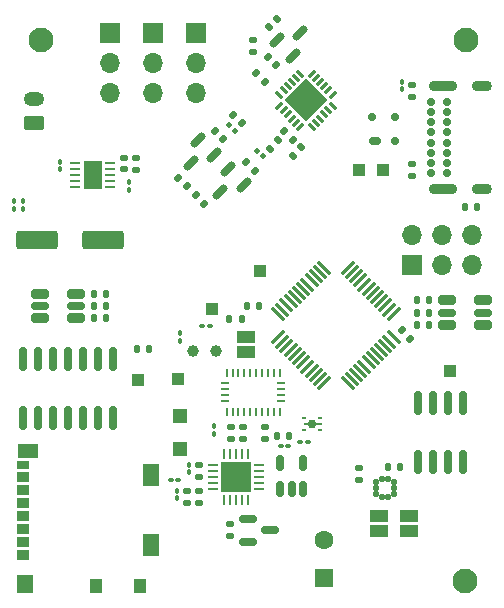
<source format=gbr>
%TF.GenerationSoftware,KiCad,Pcbnew,8.0.8*%
%TF.CreationDate,2025-02-27T11:16:46-08:00*%
%TF.ProjectId,Vanguard_new,56616e67-7561-4726-945f-6e65772e6b69,rev?*%
%TF.SameCoordinates,Original*%
%TF.FileFunction,Soldermask,Top*%
%TF.FilePolarity,Negative*%
%FSLAX46Y46*%
G04 Gerber Fmt 4.6, Leading zero omitted, Abs format (unit mm)*
G04 Created by KiCad (PCBNEW 8.0.8) date 2025-02-27 11:16:46*
%MOMM*%
%LPD*%
G01*
G04 APERTURE LIST*
G04 Aperture macros list*
%AMRoundRect*
0 Rectangle with rounded corners*
0 $1 Rounding radius*
0 $2 $3 $4 $5 $6 $7 $8 $9 X,Y pos of 4 corners*
0 Add a 4 corners polygon primitive as box body*
4,1,4,$2,$3,$4,$5,$6,$7,$8,$9,$2,$3,0*
0 Add four circle primitives for the rounded corners*
1,1,$1+$1,$2,$3*
1,1,$1+$1,$4,$5*
1,1,$1+$1,$6,$7*
1,1,$1+$1,$8,$9*
0 Add four rect primitives between the rounded corners*
20,1,$1+$1,$2,$3,$4,$5,0*
20,1,$1+$1,$4,$5,$6,$7,0*
20,1,$1+$1,$6,$7,$8,$9,0*
20,1,$1+$1,$8,$9,$2,$3,0*%
%AMRotRect*
0 Rectangle, with rotation*
0 The origin of the aperture is its center*
0 $1 length*
0 $2 width*
0 $3 Rotation angle, in degrees counterclockwise*
0 Add horizontal line*
21,1,$1,$2,0,0,$3*%
%AMFreePoly0*
4,1,13,0.320000,0.125000,0.700000,0.125000,0.700000,-0.125000,0.320000,-0.125000,0.200000,-0.350000,-0.200000,-0.350000,-0.320000,-0.125000,-0.850000,-0.125000,-0.850000,0.125000,-0.320000,0.125000,-0.200000,0.350000,0.200000,0.350000,0.320000,0.125000,0.320000,0.125000,$1*%
G04 Aperture macros list end*
%ADD10R,1.500000X1.000000*%
%ADD11RoundRect,0.135000X0.035355X-0.226274X0.226274X-0.035355X-0.035355X0.226274X-0.226274X0.035355X0*%
%ADD12R,1.000000X1.000000*%
%ADD13RoundRect,0.135000X-0.135000X-0.185000X0.135000X-0.185000X0.135000X0.185000X-0.135000X0.185000X0*%
%ADD14RoundRect,0.135000X-0.185000X0.135000X-0.185000X-0.135000X0.185000X-0.135000X0.185000X0.135000X0*%
%ADD15R,1.700000X1.700000*%
%ADD16O,1.700000X1.700000*%
%ADD17RoundRect,0.100000X-0.162635X0.021213X0.021213X-0.162635X0.162635X-0.021213X-0.021213X0.162635X0*%
%ADD18RoundRect,0.075000X0.521491X-0.415425X-0.415425X0.521491X-0.521491X0.415425X0.415425X-0.521491X0*%
%ADD19RoundRect,0.075000X0.521491X0.415425X0.415425X0.521491X-0.521491X-0.415425X-0.415425X-0.521491X0*%
%ADD20RoundRect,0.100000X-0.100000X0.130000X-0.100000X-0.130000X0.100000X-0.130000X0.100000X0.130000X0*%
%ADD21RoundRect,0.062500X0.362500X0.062500X-0.362500X0.062500X-0.362500X-0.062500X0.362500X-0.062500X0*%
%ADD22R,1.650000X2.380000*%
%ADD23RoundRect,0.150000X-0.309359X-0.521491X0.521491X0.309359X0.309359X0.521491X-0.521491X-0.309359X0*%
%ADD24RoundRect,0.135000X0.135000X0.185000X-0.135000X0.185000X-0.135000X-0.185000X0.135000X-0.185000X0*%
%ADD25RoundRect,0.135000X-0.226274X-0.035355X-0.035355X-0.226274X0.226274X0.035355X0.035355X0.226274X0*%
%ADD26RoundRect,0.135000X0.226274X0.035355X0.035355X0.226274X-0.226274X-0.035355X-0.035355X-0.226274X0*%
%ADD27RoundRect,0.062500X0.062500X-0.350000X0.062500X0.350000X-0.062500X0.350000X-0.062500X-0.350000X0*%
%ADD28RoundRect,0.062500X0.350000X-0.062500X0.350000X0.062500X-0.350000X0.062500X-0.350000X-0.062500X0*%
%ADD29R,2.500000X2.500000*%
%ADD30C,0.700000*%
%ADD31O,2.400000X0.900000*%
%ADD32O,1.700000X0.900000*%
%ADD33RoundRect,0.100000X-0.130000X-0.100000X0.130000X-0.100000X0.130000X0.100000X-0.130000X0.100000X0*%
%ADD34RoundRect,0.135000X-0.035355X0.226274X-0.226274X0.035355X0.035355X-0.226274X0.226274X-0.035355X0*%
%ADD35RoundRect,0.100000X0.100000X-0.130000X0.100000X0.130000X-0.100000X0.130000X-0.100000X-0.130000X0*%
%ADD36RoundRect,0.150000X-0.587500X-0.150000X0.587500X-0.150000X0.587500X0.150000X-0.587500X0.150000X0*%
%ADD37RoundRect,0.135000X0.185000X-0.135000X0.185000X0.135000X-0.185000X0.135000X-0.185000X-0.135000X0*%
%ADD38RoundRect,0.147500X-0.172500X0.147500X-0.172500X-0.147500X0.172500X-0.147500X0.172500X0.147500X0*%
%ADD39R,1.200000X1.200000*%
%ADD40R,0.254000X0.675000*%
%ADD41R,0.675000X0.254000*%
%ADD42RoundRect,0.160000X-0.565000X-0.240000X0.565000X-0.240000X0.565000X0.240000X-0.565000X0.240000X0*%
%ADD43RoundRect,0.120000X-0.605000X-0.180000X0.605000X-0.180000X0.605000X0.180000X-0.605000X0.180000X0*%
%ADD44C,2.100000*%
%ADD45RoundRect,0.100000X0.130000X0.100000X-0.130000X0.100000X-0.130000X-0.100000X0.130000X-0.100000X0*%
%ADD46RoundRect,0.062500X0.112500X0.062500X-0.112500X0.062500X-0.112500X-0.062500X0.112500X-0.062500X0*%
%ADD47FreePoly0,180.000000*%
%ADD48RoundRect,0.102000X-0.125000X-0.137500X0.125000X-0.137500X0.125000X0.137500X-0.125000X0.137500X0*%
%ADD49RoundRect,0.102000X-0.137500X-0.125000X0.137500X-0.125000X0.137500X0.125000X-0.137500X0.125000X0*%
%ADD50RoundRect,0.150000X0.150000X-0.825000X0.150000X0.825000X-0.150000X0.825000X-0.150000X-0.825000X0*%
%ADD51C,1.000000*%
%ADD52R,1.600000X1.600000*%
%ADD53C,1.600000*%
%ADD54RoundRect,0.150000X0.309359X0.521491X-0.521491X-0.309359X-0.309359X-0.521491X0.521491X0.309359X0*%
%ADD55RoundRect,0.250000X1.500000X0.550000X-1.500000X0.550000X-1.500000X-0.550000X1.500000X-0.550000X0*%
%ADD56RoundRect,0.150000X0.150000X-0.512500X0.150000X0.512500X-0.150000X0.512500X-0.150000X-0.512500X0*%
%ADD57RoundRect,0.160000X0.565000X0.240000X-0.565000X0.240000X-0.565000X-0.240000X0.565000X-0.240000X0*%
%ADD58RoundRect,0.120000X0.605000X0.180000X-0.605000X0.180000X-0.605000X-0.180000X0.605000X-0.180000X0*%
%ADD59RoundRect,0.062500X0.203293X0.291682X-0.291682X-0.203293X-0.203293X-0.291682X0.291682X0.203293X0*%
%ADD60RoundRect,0.062500X-0.203293X0.291682X-0.291682X0.203293X0.203293X-0.291682X0.291682X-0.203293X0*%
%ADD61RotRect,2.600000X2.600000X225.000000*%
%ADD62RoundRect,0.250000X0.625000X-0.350000X0.625000X0.350000X-0.625000X0.350000X-0.625000X-0.350000X0*%
%ADD63O,1.750000X1.200000*%
%ADD64R,1.100000X0.850000*%
%ADD65R,1.100000X0.750000*%
%ADD66R,1.000000X1.200000*%
%ADD67R,1.350000X1.550000*%
%ADD68R,1.350000X1.900000*%
%ADD69R,1.800000X1.170000*%
%ADD70RoundRect,0.175000X0.325000X-0.175000X0.325000X0.175000X-0.325000X0.175000X-0.325000X-0.175000X0*%
%ADD71RoundRect,0.150000X0.150000X-0.200000X0.150000X0.200000X-0.150000X0.200000X-0.150000X-0.200000X0*%
G04 APERTURE END LIST*
D10*
%TO.C,ADR1*%
X112907500Y-113390000D03*
X112907500Y-112090000D03*
%TD*%
D11*
%TO.C,R2*%
X116832161Y-96771175D03*
X117553409Y-96049927D03*
%TD*%
D12*
%TO.C,TP1*%
X124500000Y-98000000D03*
%TD*%
D13*
%TO.C,R30*%
X100015001Y-108450000D03*
X101034999Y-108450000D03*
%TD*%
D10*
%TO.C,JP2*%
X124160000Y-127239999D03*
X124160000Y-128539997D03*
%TD*%
D14*
%TO.C,R35*%
X126950000Y-90789976D03*
X126950000Y-91809974D03*
%TD*%
D15*
%TO.C,J5*%
X105000000Y-86420000D03*
D16*
X105000000Y-88960000D03*
X105000000Y-91500000D03*
%TD*%
D17*
%TO.C,D2*%
X111473777Y-94210237D03*
X111926325Y-94662785D03*
%TD*%
D18*
%TO.C,U2*%
X121498788Y-116048427D03*
X121852342Y-115694873D03*
X122205895Y-115341320D03*
X122559449Y-114987766D03*
X122913002Y-114634213D03*
X123266555Y-114280660D03*
X123620109Y-113927106D03*
X123973662Y-113573553D03*
X124327215Y-113220000D03*
X124680769Y-112866446D03*
X125034322Y-112512893D03*
X125387876Y-112159339D03*
D19*
X125387876Y-110161763D03*
X125034322Y-109808209D03*
X124680769Y-109454656D03*
X124327215Y-109101102D03*
X123973662Y-108747549D03*
X123620109Y-108393996D03*
X123266555Y-108040442D03*
X122913002Y-107686889D03*
X122559449Y-107333336D03*
X122205895Y-106979782D03*
X121852342Y-106626229D03*
X121498788Y-106272675D03*
D18*
X119501212Y-106272675D03*
X119147658Y-106626229D03*
X118794105Y-106979782D03*
X118440551Y-107333336D03*
X118086998Y-107686889D03*
X117733445Y-108040442D03*
X117379891Y-108393996D03*
X117026338Y-108747549D03*
X116672785Y-109101102D03*
X116319231Y-109454656D03*
X115965678Y-109808209D03*
X115612124Y-110161763D03*
D19*
X115612124Y-112159339D03*
X115965678Y-112512893D03*
X116319231Y-112866446D03*
X116672785Y-113220000D03*
X117026338Y-113573553D03*
X117379891Y-113927106D03*
X117733445Y-114280660D03*
X118086998Y-114634213D03*
X118440551Y-114987766D03*
X118794105Y-115341320D03*
X119147658Y-115694873D03*
X119501212Y-116048427D03*
%TD*%
D20*
%TO.C,C13*%
X93280000Y-100640000D03*
X93280000Y-101280000D03*
%TD*%
D21*
%TO.C,U8*%
X101350000Y-99415000D03*
X101350000Y-98915000D03*
X101350000Y-98415000D03*
X101350000Y-97915000D03*
X101350000Y-97415000D03*
X98450000Y-97415000D03*
X98450000Y-97915000D03*
X98450000Y-98415000D03*
X98450000Y-98915000D03*
X98450000Y-99415000D03*
D22*
X99900000Y-98415000D03*
%TD*%
D23*
%TO.C,Q1*%
X115485208Y-87014625D03*
X116828711Y-88358128D03*
X117482785Y-86360551D03*
%TD*%
D24*
%TO.C,R23*%
X112510000Y-110560000D03*
X111490000Y-110560000D03*
%TD*%
D12*
%TO.C,TP3*%
X103720000Y-115730000D03*
%TD*%
D25*
%TO.C,R5*%
X113778752Y-89778752D03*
X114500000Y-90500000D03*
%TD*%
D15*
%TO.C,J4*%
X101350000Y-86420000D03*
D16*
X101350000Y-88960000D03*
X101350000Y-91500000D03*
%TD*%
D26*
%TO.C,R10*%
X113644033Y-98041801D03*
X112922785Y-97320553D03*
%TD*%
D12*
%TO.C,TP4*%
X130130000Y-115040000D03*
%TD*%
D14*
%TO.C,R15*%
X108910000Y-125169999D03*
X108910000Y-126189999D03*
%TD*%
D13*
%TO.C,R25*%
X127385000Y-109030000D03*
X128405000Y-109030000D03*
%TD*%
D12*
%TO.C,TP6*%
X109975000Y-109730000D03*
%TD*%
D20*
%TO.C,C12*%
X94030000Y-100635000D03*
X94030000Y-101275000D03*
%TD*%
D27*
%TO.C,U9*%
X111042500Y-125907500D03*
X111542500Y-125907500D03*
X112042500Y-125907499D03*
X112542500Y-125907500D03*
X113042500Y-125907500D03*
D28*
X113980000Y-124970000D03*
X113980000Y-124470000D03*
X113979999Y-123970000D03*
X113980000Y-123470000D03*
X113980000Y-122970000D03*
D27*
X113042500Y-122032500D03*
X112542500Y-122032500D03*
X112042500Y-122032501D03*
X111542500Y-122032500D03*
X111042500Y-122032500D03*
D28*
X110105000Y-122970000D03*
X110105000Y-123470000D03*
X110105001Y-123970000D03*
X110105000Y-124470000D03*
X110105000Y-124970000D03*
D29*
X112042500Y-123970000D03*
%TD*%
D30*
%TO.C,J1*%
X128550000Y-98204974D03*
X128550000Y-97354974D03*
X128550000Y-96504973D03*
X128550000Y-95654974D03*
X128550000Y-94804974D03*
X128550000Y-93954974D03*
X128550000Y-93104973D03*
X128550000Y-92254974D03*
X129900000Y-92254974D03*
X129900000Y-93104974D03*
X129900000Y-93954974D03*
X129900000Y-94804974D03*
X129900000Y-95654974D03*
X129900000Y-96504974D03*
X129900000Y-97354974D03*
X129900000Y-98204974D03*
D31*
X129530000Y-99554974D03*
D32*
X132910000Y-99554974D03*
D31*
X129530000Y-90904974D03*
D32*
X132910000Y-90904974D03*
%TD*%
D33*
%TO.C,C6*%
X115830000Y-121390000D03*
X116470000Y-121390000D03*
%TD*%
D34*
%TO.C,R3*%
X115623409Y-95469927D03*
X114902161Y-96191175D03*
%TD*%
D35*
%TO.C,C9*%
X103000000Y-99665000D03*
X103000000Y-99025000D03*
%TD*%
D36*
%TO.C,Q4*%
X113062500Y-127550000D03*
X113062500Y-129450000D03*
X114937501Y-128500000D03*
%TD*%
D35*
%TO.C,D7*%
X126070000Y-91149974D03*
X126070000Y-90509974D03*
%TD*%
D24*
%TO.C,R1*%
X125969999Y-123090000D03*
X124950001Y-123090000D03*
%TD*%
D13*
%TO.C,R24*%
X103700000Y-113100000D03*
X104720000Y-113100000D03*
%TD*%
D35*
%TO.C,C8*%
X97140000Y-97905000D03*
X97140000Y-97265000D03*
%TD*%
D13*
%TO.C,R26*%
X127385000Y-110070000D03*
X128405000Y-110070000D03*
%TD*%
D14*
%TO.C,R33*%
X103560000Y-96945001D03*
X103560000Y-97964999D03*
%TD*%
D35*
%TO.C,C3*%
X107290000Y-112430000D03*
X107290000Y-111790000D03*
%TD*%
D14*
%TO.C,R34*%
X111500000Y-127990001D03*
X111500000Y-129009999D03*
%TD*%
D37*
%TO.C,R36*%
X122430000Y-124239999D03*
X122430000Y-123220001D03*
%TD*%
D38*
%TO.C,L1*%
X102560000Y-96950001D03*
X102560000Y-97920001D03*
%TD*%
D20*
%TO.C,C7*%
X110147500Y-119695000D03*
X110147500Y-120335000D03*
%TD*%
D39*
%TO.C,D6*%
X107280000Y-121587499D03*
X107280000Y-118787501D03*
%TD*%
D25*
%TO.C,R13*%
X108639376Y-100139376D03*
X109360624Y-100860624D03*
%TD*%
D13*
%TO.C,R17*%
X115490000Y-120500000D03*
X116510000Y-120500000D03*
%TD*%
D40*
%TO.C,U6*%
X111250000Y-115137500D03*
D41*
X111112500Y-116050000D03*
X111112500Y-116550000D03*
X111112500Y-117050000D03*
X111112500Y-117550000D03*
D40*
X111250000Y-118462500D03*
X111750000Y-118462500D03*
X112250000Y-118462500D03*
X112750000Y-118462500D03*
X113250000Y-118462500D03*
X113750000Y-118462500D03*
X114250000Y-118462500D03*
X114750000Y-118462500D03*
X115250000Y-118462500D03*
X115750000Y-118462500D03*
D41*
X115887500Y-117550000D03*
X115887500Y-117050000D03*
X115887500Y-116550000D03*
X115887500Y-116050000D03*
D40*
X115750000Y-115137500D03*
X115250000Y-115137500D03*
X114750000Y-115137500D03*
X114250000Y-115137500D03*
X113750000Y-115137500D03*
X113250000Y-115137500D03*
X112750000Y-115137500D03*
X112250000Y-115137500D03*
X111750000Y-115137500D03*
%TD*%
D26*
%TO.C,R9*%
X110945214Y-95378731D03*
X110223966Y-94657483D03*
%TD*%
D42*
%TO.C,STARBOARD_RGB1*%
X129900000Y-109020000D03*
D43*
X129900000Y-110070000D03*
D42*
X129900000Y-111120000D03*
X132950000Y-111120000D03*
D43*
X132950000Y-110070000D03*
D42*
X132950000Y-109020000D03*
%TD*%
D44*
%TO.C,REF\u002A\u002A*%
X95500000Y-87000000D03*
%TD*%
D13*
%TO.C,R32*%
X131470000Y-101140000D03*
X132489998Y-101140000D03*
%TD*%
D45*
%TO.C,C2*%
X109805000Y-111160000D03*
X109165000Y-111160000D03*
%TD*%
D14*
%TO.C,R18*%
X111647500Y-119720000D03*
X111647500Y-120740000D03*
%TD*%
D26*
%TO.C,R21*%
X126791248Y-112251248D03*
X126070000Y-111530000D03*
%TD*%
D46*
%TO.C,U5*%
X119175001Y-119999999D03*
D47*
X118500001Y-119500000D03*
D46*
X119175001Y-119000001D03*
X117825001Y-119000001D03*
X117825001Y-119999999D03*
%TD*%
D14*
%TO.C,R31*%
X126970000Y-97490001D03*
X126970000Y-98509999D03*
%TD*%
D13*
%TO.C,R22*%
X112940002Y-109530000D03*
X113960000Y-109530000D03*
%TD*%
D48*
%TO.C,U10*%
X124890000Y-124137500D03*
X124390000Y-124137500D03*
D49*
X123877500Y-124400000D03*
X123877500Y-124900000D03*
X123877500Y-125400000D03*
D48*
X124390000Y-125662500D03*
X124890000Y-125662500D03*
D49*
X125402500Y-125400000D03*
X125402500Y-124900000D03*
X125402500Y-124400000D03*
%TD*%
D50*
%TO.C,U3*%
X127465192Y-122696196D03*
X128735192Y-122696196D03*
X130005192Y-122696196D03*
X131275192Y-122696196D03*
X131275192Y-117746196D03*
X130005192Y-117746196D03*
X128735192Y-117746196D03*
X127465192Y-117746196D03*
%TD*%
D17*
%TO.C,D3*%
X113859699Y-96376563D03*
X114312247Y-96829111D03*
%TD*%
D25*
%TO.C,R4*%
X111800814Y-93292767D03*
X112522062Y-94014015D03*
%TD*%
D51*
%TO.C,Y1*%
X110330000Y-113300000D03*
X108430000Y-113300000D03*
%TD*%
D37*
%TO.C,R8*%
X113500000Y-88009999D03*
X113500000Y-86990001D03*
%TD*%
D20*
%TO.C,C11*%
X107020000Y-125125000D03*
X107020000Y-125765000D03*
%TD*%
D52*
%TO.C,BZ1*%
X119500000Y-132500000D03*
D53*
X119500000Y-129300000D03*
%TD*%
D13*
%TO.C,R28*%
X100025001Y-110530000D03*
X101044999Y-110530000D03*
%TD*%
D20*
%TO.C,C4*%
X108040000Y-122940000D03*
X108040000Y-123580000D03*
%TD*%
D14*
%TO.C,R19*%
X112647500Y-119720000D03*
X112647500Y-120740000D03*
%TD*%
D13*
%TO.C,R29*%
X100015001Y-109500000D03*
X101034999Y-109500000D03*
%TD*%
D11*
%TO.C,R7*%
X114799376Y-85890624D03*
X115520624Y-85169376D03*
%TD*%
D14*
%TO.C,R14*%
X108920000Y-122980001D03*
X108920000Y-123999999D03*
%TD*%
%TO.C,R20*%
X114500000Y-119720000D03*
X114500000Y-120740000D03*
%TD*%
D54*
%TO.C,Q3*%
X110206289Y-96754054D03*
X108862786Y-95410551D03*
X108208712Y-97408128D03*
%TD*%
D50*
%TO.C,U7*%
X94010000Y-118975000D03*
X95280000Y-118975000D03*
X96550000Y-118975000D03*
X97820000Y-118975000D03*
X99090000Y-118975000D03*
X100360000Y-118975000D03*
X101630000Y-118975000D03*
X101630000Y-114025000D03*
X100360000Y-114025000D03*
X99090000Y-114025000D03*
X97820000Y-114025000D03*
X96550000Y-114025000D03*
X95280000Y-114025000D03*
X94010000Y-114025000D03*
%TD*%
D45*
%TO.C,D5*%
X118140000Y-121000000D03*
X117500000Y-121000000D03*
%TD*%
D25*
%TO.C,R6*%
X114742161Y-88399927D03*
X115463409Y-89121175D03*
%TD*%
%TO.C,R11*%
X116141537Y-94679303D03*
X116862785Y-95400551D03*
%TD*%
D55*
%TO.C,C10*%
X100800000Y-103900000D03*
X95200000Y-103900000D03*
%TD*%
D12*
%TO.C,TP5*%
X107130000Y-115670000D03*
%TD*%
D56*
%TO.C,U4*%
X115800000Y-125027500D03*
X116750000Y-125027500D03*
X117700000Y-125027500D03*
X117700000Y-122752500D03*
X115800000Y-122752500D03*
%TD*%
D37*
%TO.C,R16*%
X107900000Y-126189999D03*
X107900000Y-125170001D03*
%TD*%
D12*
%TO.C,TP2*%
X122500000Y-98000000D03*
%TD*%
D57*
%TO.C,PORTSIDE_RGB1*%
X98525000Y-110550000D03*
D58*
X98525000Y-109500000D03*
D57*
X98525000Y-108450000D03*
X95475000Y-108450000D03*
D58*
X95475000Y-109500000D03*
D57*
X95475000Y-110550000D03*
%TD*%
D15*
%TO.C,J7*%
X108650000Y-86425000D03*
D16*
X108650000Y-88965000D03*
X108650000Y-91505000D03*
%TD*%
D54*
%TO.C,Q2*%
X112708884Y-99217364D03*
X111365381Y-97873861D03*
X110711307Y-99871438D03*
%TD*%
D44*
%TO.C,REF\u002A\u002A*%
X131500000Y-87000000D03*
%TD*%
D59*
%TO.C,U1*%
X120223445Y-91591210D03*
X119869891Y-91237657D03*
X119516338Y-90884103D03*
X119162785Y-90530550D03*
X118809231Y-90176997D03*
X118455678Y-89823443D03*
D60*
X117483406Y-89823443D03*
X117129853Y-90176997D03*
X116776299Y-90530550D03*
X116422746Y-90884103D03*
X116069193Y-91237657D03*
X115715639Y-91591210D03*
D59*
X115715639Y-92563482D03*
X116069193Y-92917035D03*
X116422746Y-93270589D03*
X116776299Y-93624142D03*
X117129853Y-93977695D03*
X117483406Y-94331249D03*
D60*
X118455678Y-94331249D03*
X118809231Y-93977695D03*
X119162785Y-93624142D03*
X119516338Y-93270589D03*
X119869891Y-92917035D03*
X120223445Y-92563482D03*
D61*
X117969542Y-92077346D03*
%TD*%
D62*
%TO.C,J6*%
X94950000Y-94000000D03*
D63*
X94950000Y-91999999D03*
%TD*%
D44*
%TO.C,REF\u002A\u002A*%
X131450000Y-132790000D03*
%TD*%
D26*
%TO.C,R12*%
X107860624Y-99360624D03*
X107139376Y-98639376D03*
%TD*%
D64*
%TO.C,J3*%
X94050000Y-130605001D03*
X94050000Y-129505000D03*
X94050000Y-128405001D03*
X94050000Y-127305000D03*
X94050000Y-126205000D03*
X94050000Y-125105000D03*
X94050000Y-124005000D03*
D65*
X94050000Y-122955000D03*
D66*
X100200000Y-133240000D03*
X103900000Y-133240000D03*
D67*
X94175000Y-133065000D03*
D68*
X104875000Y-129740000D03*
X104875000Y-123770000D03*
D69*
X94400000Y-121745000D03*
%TD*%
D70*
%TO.C,D1*%
X123800000Y-95500000D03*
D71*
X125500000Y-95500000D03*
X125500000Y-93500000D03*
X123600000Y-93500000D03*
%TD*%
D12*
%TO.C,TP7*%
X114067215Y-106500000D03*
%TD*%
D13*
%TO.C,R27*%
X127385000Y-111120000D03*
X128405000Y-111120000D03*
%TD*%
D45*
%TO.C,C5*%
X107165000Y-124260000D03*
X106525000Y-124260000D03*
%TD*%
D10*
%TO.C,JP1*%
X126730000Y-127240000D03*
X126730000Y-128539998D03*
%TD*%
D15*
%TO.C,J2*%
X126920000Y-106040000D03*
D16*
X126920000Y-103500000D03*
X129460000Y-106040000D03*
X129460000Y-103500000D03*
X131999999Y-106040000D03*
X132000000Y-103500000D03*
%TD*%
M02*

</source>
